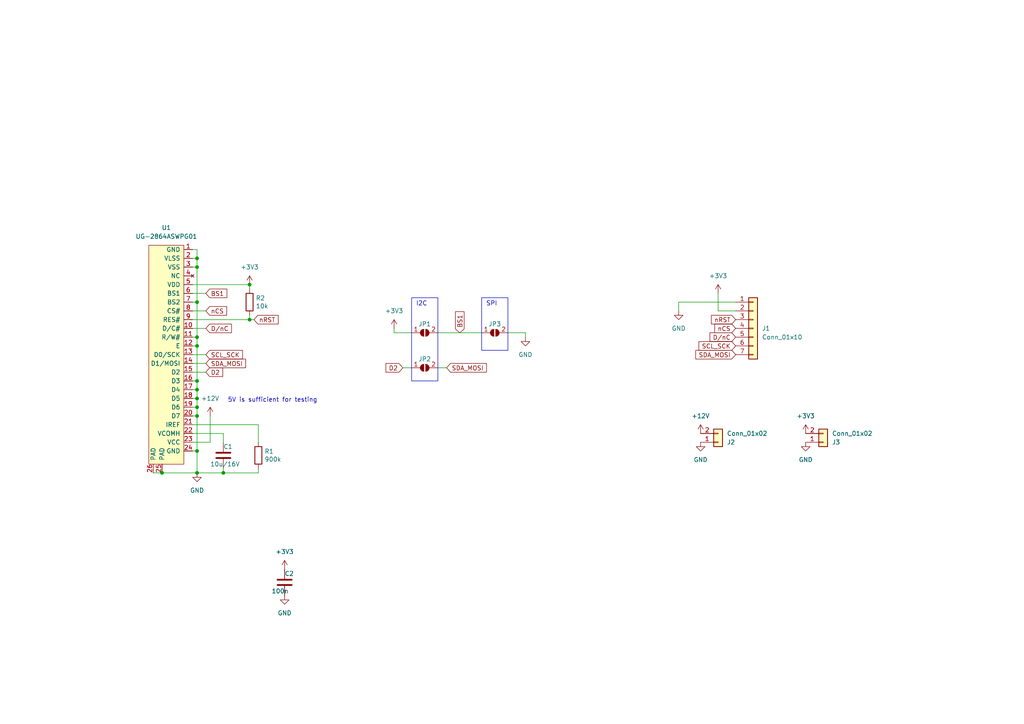
<source format=kicad_sch>
(kicad_sch (version 20230121) (generator eeschema)
  (paper "A4")
  (lib_symbols
    (symbol "Connector_Generic:Conn_01x02" (pin_names (offset 1.016) hide)
      (property "Reference" "J" (at 0 2.54 0))
      (property "Value" "Conn_01x02" (at 0 -5.08 0))
      (symbol "Conn_01x02_1_1"
        (rectangle (start -1.27 -2.413) (end 0 -2.667) (stroke (width 0.1524)))
        (rectangle (start -1.27 0.127) (end 0 -0.127) (stroke (width 0.1524)))
        (rectangle (start -1.27 1.27) (end 1.27 -3.81) (stroke (width 0.254)) (fill (type background)))
        (pin passive line (at -5.08 0 0) (length 3.81) (name "Pin_1") (number "1"))
        (pin passive line (at -5.08 -2.54 0) (length 3.81) (name "Pin_2") (number "2"))
      )
    )
    (symbol "Connector_Generic:Conn_01x07" (pin_names (offset 1.016) hide)
      (property "Reference" "J" (at 0 10.16 0))
      (property "Value" "Conn_01x07" (at 0 -10.16 0))
      (symbol "Conn_01x07_1_1"
        (rectangle (start -1.27 -7.493) (end 0 -7.747) (stroke (width 0.1524)))
        (rectangle (start -1.27 -4.953) (end 0 -5.207) (stroke (width 0.1524)))
        (rectangle (start -1.27 -2.413) (end 0 -2.667) (stroke (width 0.1524)))
        (rectangle (start -1.27 0.127) (end 0 -0.127) (stroke (width 0.1524)))
        (rectangle (start -1.27 2.667) (end 0 2.413) (stroke (width 0.1524)))
        (rectangle (start -1.27 5.207) (end 0 4.953) (stroke (width 0.1524)))
        (rectangle (start -1.27 7.747) (end 0 7.493) (stroke (width 0.1524)))
        (rectangle (start -1.27 8.89) (end 1.27 -8.89) (stroke (width 0.254)) (fill (type background)))
        (pin passive line (at -5.08 7.62 0) (length 3.81) (name "Pin_1") (number "1"))
        (pin passive line (at -5.08 5.08 0) (length 3.81) (name "Pin_2") (number "2"))
        (pin passive line (at -5.08 2.54 0) (length 3.81) (name "Pin_3") (number "3"))
        (pin passive line (at -5.08 0 0) (length 3.81) (name "Pin_4") (number "4"))
        (pin passive line (at -5.08 -2.54 0) (length 3.81) (name "Pin_5") (number "5"))
        (pin passive line (at -5.08 -5.08 0) (length 3.81) (name "Pin_6") (number "6"))
        (pin passive line (at -5.08 -7.62 0) (length 3.81) (name "Pin_7") (number "7"))
      )
    )
    (symbol "Device:C" (pin_numbers hide) (pin_names (offset 0.254))
      (property "Reference" "C" (at 0.635 2.54 0))
      (property "Value" "C" (at 0.635 -2.54 0))
      (symbol "C_0_1"
        (polyline (pts (xy -2.032 -0.762) (xy 2.032 -0.762)) (stroke (width 0.508)))
        (polyline (pts (xy -2.032 0.762) (xy 2.032 0.762)) (stroke (width 0.508)))
      )
      (symbol "C_1_1"
        (pin passive line (at 0 3.81 270) (length 2.794) (name "~") (number "1"))
        (pin passive line (at 0 -3.81 90) (length 2.794) (name "~") (number "2"))
      )
    )
    (symbol "Device:R" (pin_numbers hide) (pin_names (offset 0))
      (property "Reference" "R" (at 2.032 0 90))
      (property "Value" "R" (at 0 0 90))
      (symbol "R_0_1"
        (rectangle (start -1.016 -2.54) (end 1.016 2.54) (stroke (width 0.254)))
      )
      (symbol "R_1_1"
        (pin passive line (at 0 3.81 270) (length 1.27) (name "~") (number "1"))
        (pin passive line (at 0 -3.81 90) (length 1.27) (name "~") (number "2"))
      )
    )
    (symbol "Jumper:SolderJumper_2_Open" (pin_names (offset 0) hide)
      (property "Reference" "JP" (at 0 2.032 0))
      (property "Value" "SolderJumper_2_Open" (at 0 -2.54 0))
      (symbol "SolderJumper_2_Open_0_1"
        (arc (start -0.254 1.016) (mid -1.2656 0) (end -0.254 -1.016))
        (arc (start -0.254 1.016) (mid -1.2656 0) (end -0.254 -1.016) (fill (type outline)))
        (polyline (pts (xy -0.254 1.016) (xy -0.254 -1.016)))
        (polyline (pts (xy 0.254 1.016) (xy 0.254 -1.016)))
        (arc (start 0.254 -1.016) (mid 1.2656 0) (end 0.254 1.016))
        (arc (start 0.254 -1.016) (mid 1.2656 0) (end 0.254 1.016) (fill (type outline)))
      )
      (symbol "SolderJumper_2_Open_1_1"
        (pin passive line (at -3.81 0 0) (length 2.54) (name "A") (number "1"))
        (pin passive line (at 3.81 0 180) (length 2.54) (name "B") (number "2"))
      )
    )
    (symbol "local:UG-2864ASWPG01" (pin_names (offset 1.016))
      (property "Reference" "U" (at -10.16 33.02 0))
      (property "Value" "UG-2864ASWPG01" (at 1.27 33.02 0))
      (symbol "UG-2864ASWPG01_0_1"
        (rectangle (start -10.16 -31.75) (end 0 31.75) (fill (type background)))
      )
      (symbol "UG-2864ASWPG01_1_1"
        (pin power_in line (at 2.54 30.48 180) (length 2.54) (name "GND") (number "1"))
        (pin input line (at 2.54 7.62 180) (length 2.54) (name "D/C#") (number "10"))
        (pin input line (at 2.54 5.08 180) (length 2.54) (name "R/W#") (number "11"))
        (pin input line (at 2.54 2.54 180) (length 2.54) (name "E") (number "12"))
        (pin input line (at 2.54 0 180) (length 2.54) (name "D0/SCK") (number "13"))
        (pin input line (at 2.54 -2.54 180) (length 2.54) (name "D1/MOSI") (number "14"))
        (pin input line (at 2.54 -5.08 180) (length 2.54) (name "D2") (number "15"))
        (pin input line (at 2.54 -7.62 180) (length 2.54) (name "D3") (number "16"))
        (pin input line (at 2.54 -10.16 180) (length 2.54) (name "D4") (number "17"))
        (pin input line (at 2.54 -12.7 180) (length 2.54) (name "D5") (number "18"))
        (pin input line (at 2.54 -15.24 180) (length 2.54) (name "D6") (number "19"))
        (pin power_in line (at 2.54 27.94 180) (length 2.54) (name "VLSS") (number "2"))
        (pin input line (at 2.54 -17.78 180) (length 2.54) (name "D7") (number "20"))
        (pin input line (at 2.54 -20.32 180) (length 2.54) (name "IREF") (number "21"))
        (pin input line (at 2.54 -22.86 180) (length 2.54) (name "VCOMH") (number "22"))
        (pin power_in line (at 2.54 -25.4 180) (length 2.54) (name "VCC") (number "23"))
        (pin power_in line (at 2.54 -27.94 180) (length 2.54) (name "GND") (number "24"))
        (pin free line (at -6.35 -34.29 90) (length 2.54) (name "PAD") (number "25"))
        (pin free line (at -8.89 -34.29 90) (length 2.54) (name "PAD") (number "26"))
        (pin power_in line (at 2.54 25.4 180) (length 2.54) (name "VSS") (number "3"))
        (pin no_connect line (at 2.54 22.86 180) (length 2.54) (name "NC") (number "4"))
        (pin power_in line (at 2.54 20.32 180) (length 2.54) (name "VDD") (number "5"))
        (pin input line (at 2.54 17.78 180) (length 2.54) (name "BS1") (number "6"))
        (pin input line (at 2.54 15.24 180) (length 2.54) (name "BS2") (number "7"))
        (pin input line (at 2.54 12.7 180) (length 2.54) (name "CS#") (number "8"))
        (pin input line (at 2.54 10.16 180) (length 2.54) (name "RES#") (number "9"))
      )
    )
    (symbol "power:+12V" (power) (pin_names (offset 0))
      (property "Value" "+12V" (at 0 3.556 0))
      (symbol "+12V_0_1"
        (polyline (pts (xy -0.762 1.27) (xy 0 2.54)))
        (polyline (pts (xy 0 0) (xy 0 2.54)))
        (polyline (pts (xy 0 2.54) (xy 0.762 1.27)))
      )
      (symbol "+12V_1_1"
        (pin power_in line (at 0 0 90) (length 0) hide (name "+12V") (number "1"))
      )
    )
    (symbol "power:+3V3" (power) (pin_names (offset 0))
      (property "Value" "+3V3" (at 0 3.556 0))
      (symbol "+3V3_0_1"
        (polyline (pts (xy -0.762 1.27) (xy 0 2.54)))
        (polyline (pts (xy 0 0) (xy 0 2.54)))
        (polyline (pts (xy 0 2.54) (xy 0.762 1.27)))
      )
      (symbol "+3V3_1_1"
        (pin power_in line (at 0 0 90) (length 0) hide (name "+3V3") (number "1"))
      )
    )
    (symbol "power:GND" (power) (pin_names (offset 0))
      (property "Value" "GND" (at 0 -3.81 0))
      (symbol "GND_0_1"
        (polyline (pts (xy 0 0) (xy 0 -1.27) (xy 1.27 -1.27) (xy 0 -2.54) (xy -1.27 -1.27) (xy 0 -1.27)))
      )
      (symbol "GND_1_1"
        (pin power_in line (at 0 0 270) (length 0) hide (name "GND") (number "1"))
      )
    )
  )
  (junction (at 57.15 120.65))
  (junction (at 57.15 77.47))
  (junction (at 57.15 110.49))
  (junction (at 57.15 137.16))
  (junction (at 57.15 100.33))
  (junction (at 57.15 115.57))
  (junction (at 64.77 137.16))
  (junction (at 72.39 92.71))
  (junction (at 72.39 82.55))
  (junction (at 57.15 118.11))
  (junction (at 57.15 87.63))
  (junction (at 57.15 130.81))
  (junction (at 57.15 74.93))
  (junction (at 57.15 113.03))
  (junction (at 46.99 137.16))
  (junction (at 57.15 97.79))
  (wire (pts (xy 57.15 130.81) (xy 57.15 137.16)))
  (wire (pts (xy 55.88 97.79) (xy 57.15 97.79)))
  (wire (pts (xy 55.88 110.49) (xy 57.15 110.49)))
  (wire (pts (xy 129.54 106.68) (xy 127 106.68)))
  (wire (pts (xy 64.77 137.16) (xy 74.93 137.16)))
  (wire (pts (xy 55.88 72.39) (xy 57.15 72.39)))
  (wire (pts (xy 57.15 137.16) (xy 64.77 137.16)))
  (wire (pts (xy 57.15 115.57) (xy 57.15 118.11)))
  (wire (pts (xy 57.15 87.63) (xy 57.15 97.79)))
  (wire (pts (xy 114.3 96.52) (xy 119.38 96.52)))
  (wire (pts (xy 55.88 95.25) (xy 59.69 95.25)))
  (wire (pts (xy 55.88 74.93) (xy 57.15 74.93)))
  (wire (pts (xy 55.88 107.95) (xy 59.69 107.95)))
  (wire (pts (xy 196.85 87.63) (xy 196.85 90.17)))
  (wire (pts (xy 57.15 74.93) (xy 57.15 77.47)))
  (wire (pts (xy 57.15 113.03) (xy 57.15 115.57)))
  (wire (pts (xy 57.15 72.39) (xy 57.15 74.93)))
  (wire (pts (xy 57.15 77.47) (xy 57.15 87.63)))
  (wire (pts (xy 72.39 83.82) (xy 72.39 82.55)))
  (wire (pts (xy 60.96 128.27) (xy 60.96 120.65)))
  (wire (pts (xy 57.15 118.11) (xy 57.15 120.65)))
  (wire (pts (xy 147.32 96.52) (xy 152.4 96.52)))
  (wire (pts (xy 72.39 92.71) (xy 73.66 92.71)))
  (wire (pts (xy 55.88 125.73) (xy 64.77 125.73)))
  (wire (pts (xy 55.88 130.81) (xy 57.15 130.81)))
  (wire (pts (xy 152.4 96.52) (xy 152.4 97.79)))
  (wire (pts (xy 208.28 90.17) (xy 208.28 85.09)))
  (wire (pts (xy 57.15 100.33) (xy 57.15 110.49)))
  (wire (pts (xy 55.88 92.71) (xy 72.39 92.71)))
  (wire (pts (xy 55.88 115.57) (xy 57.15 115.57)))
  (wire (pts (xy 55.88 123.19) (xy 74.93 123.19)))
  (wire (pts (xy 127 96.52) (xy 139.7 96.52)))
  (wire (pts (xy 57.15 97.79) (xy 57.15 100.33)))
  (wire (pts (xy 57.15 110.49) (xy 57.15 113.03)))
  (wire (pts (xy 55.88 85.09) (xy 59.69 85.09)))
  (wire (pts (xy 74.93 123.19) (xy 74.93 128.27)))
  (wire (pts (xy 44.45 137.16) (xy 46.99 137.16)))
  (wire (pts (xy 55.88 100.33) (xy 57.15 100.33)))
  (wire (pts (xy 114.3 95.25) (xy 114.3 96.52)))
  (wire (pts (xy 55.88 128.27) (xy 60.96 128.27)))
  (wire (pts (xy 55.88 90.17) (xy 59.69 90.17)))
  (wire (pts (xy 213.36 87.63) (xy 196.85 87.63)))
  (wire (pts (xy 55.88 102.87) (xy 59.69 102.87)))
  (wire (pts (xy 57.15 120.65) (xy 57.15 130.81)))
  (wire (pts (xy 64.77 125.73) (xy 64.77 128.27)))
  (wire (pts (xy 55.88 87.63) (xy 57.15 87.63)))
  (wire (pts (xy 213.36 90.17) (xy 208.28 90.17)))
  (wire (pts (xy 55.88 120.65) (xy 57.15 120.65)))
  (wire (pts (xy 55.88 113.03) (xy 57.15 113.03)))
  (wire (pts (xy 55.88 118.11) (xy 57.15 118.11)))
  (wire (pts (xy 74.93 137.16) (xy 74.93 135.89)))
  (wire (pts (xy 55.88 82.55) (xy 72.39 82.55)))
  (wire (pts (xy 72.39 91.44) (xy 72.39 92.71)))
  (wire (pts (xy 64.77 137.16) (xy 64.77 135.89)))
  (wire (pts (xy 116.84 106.68) (xy 119.38 106.68)))
  (wire (pts (xy 55.88 105.41) (xy 59.69 105.41)))
  (wire (pts (xy 46.99 137.16) (xy 57.15 137.16)))
  (wire (pts (xy 55.88 77.47) (xy 57.15 77.47)))
  (rectangle (start 119.38 86.36) (end 127 110.49))
  (rectangle (start 139.7 86.36) (end 147.32 101.6))
  (text "5V is sufficient for testing" (at 66.04 116.84 0) (effects (font (size 1.27 1.27)) (justify left bottom)))
  (text "SPI" (at 140.97 88.9 0) (effects (font (size 1.27 1.27)) (justify left bottom)))
  (text "I2C" (at 120.65 88.9 0) (effects (font (size 1.27 1.27)) (justify left bottom)))
  (global_label "SDA_MOSI" (shape input) (at 59.69 105.41 0) (property "Intersheetrefs" "${INTERSHEET_REFS}" (effects hide)))
  (global_label "nCS" (shape input) (at 213.36 95.25 180) (property "Intersheetrefs" "${INTERSHEET_REFS}" (effects hide)))
  (global_label "D2" (shape input) (at 59.69 107.95 0) (property "Intersheetrefs" "${INTERSHEET_REFS}" (effects hide)))
  (global_label "SCL_SCK" (shape input) (at 59.69 102.87 0) (property "Intersheetrefs" "${INTERSHEET_REFS}" (effects hide)))
  (global_label "SCL_SCK" (shape input) (at 213.36 100.33 180) (property "Intersheetrefs" "${INTERSHEET_REFS}" (effects hide)))
  (global_label "BS1" (shape input) (at 59.69 85.09 0) (property "Intersheetrefs" "${INTERSHEET_REFS}" (effects hide)))
  (global_label "nCS" (shape input) (at 59.69 90.17 0) (property "Intersheetrefs" "${INTERSHEET_REFS}" (effects hide)))
  (global_label "D{slash}nC" (shape input) (at 213.36 97.79 180) (property "Intersheetrefs" "${INTERSHEET_REFS}" (effects hide)))
  (global_label "D2" (shape input) (at 116.84 106.68 180) (property "Intersheetrefs" "${INTERSHEET_REFS}" (effects hide)))
  (global_label "nRST" (shape input) (at 73.66 92.71 0) (property "Intersheetrefs" "${INTERSHEET_REFS}" (effects hide)))
  (global_label "SDA_MOSI" (shape input) (at 213.36 102.87 180) (property "Intersheetrefs" "${INTERSHEET_REFS}" (effects hide)))
  (global_label "D{slash}nC" (shape input) (at 59.69 95.25 0) (property "Intersheetrefs" "${INTERSHEET_REFS}" (effects hide)))
  (global_label "nRST" (shape input) (at 213.36 92.71 180) (property "Intersheetrefs" "${INTERSHEET_REFS}" (effects hide)))
  (global_label "BS1" (shape input) (at 133.35 96.52 90) (property "Intersheetrefs" "${INTERSHEET_REFS}" (effects hide)))
  (global_label "SDA_MOSI" (shape input) (at 129.54 106.68 0) (property "Intersheetrefs" "${INTERSHEET_REFS}" (effects hide)))
  (symbol (lib_id "Jumper:SolderJumper_2_Open") (at 123.19 96.52 0) (unit 1)
    (property "Reference" "JP1" (at 123.19 93.98 0))
    (property "Value" "SolderJumper_2_Open" (effects hide))
    (property "Footprint" "local:Jumper" (effects hide))
  )
  (symbol (lib_id "power:GND") (at 57.15 137.16 0) (unit 1)
    (property "Reference" "#PWR01" (effects hide))
    (property "Value" "GND" (at 57.15 142.24 0))
  )
  (symbol (lib_id "power:GND") (at 233.68 128.27 0) (unit 1)
    (property "Reference" "#PWR04" (effects hide))
    (property "Value" "GND" (at 233.68 133.35 0))
  )
  (symbol (lib_id "Jumper:SolderJumper_2_Open") (at 123.19 106.68 0) (unit 1)
    (property "Reference" "JP2" (at 123.19 104.14 0))
    (property "Value" "SolderJumper_2_Open" (effects hide))
    (property "Footprint" "local:Jumper" (effects hide))
  )
  (symbol (lib_id "power:+3V3") (at 208.28 85.09 0) (unit 1)
    (property "Reference" "#PWR08" (effects hide))
    (property "Value" "+3V3" (at 208.28 80.01 0))
  )
  (symbol (lib_id "power:+3V3") (at 114.3 95.25 0) (unit 1)
    (property "Reference" "#PWR013" (effects hide))
    (property "Value" "+3V3" (at 114.3 90.17 0))
  )
  (symbol (lib_id "power:GND") (at 196.85 90.17 0) (unit 1)
    (property "Reference" "#PWR07" (effects hide))
    (property "Value" "GND" (at 196.85 95.25 0))
  )
  (symbol (lib_id "Jumper:SolderJumper_2_Open") (at 143.51 96.52 0) (unit 1)
    (property "Reference" "JP3" (at 143.51 93.98 0))
    (property "Value" "SolderJumper_2_Open" (effects hide))
    (property "Footprint" "local:Jumper" (effects hide))
  )
  (symbol (lib_id "power:+3V3") (at 82.55 165.1 0) (unit 1)
    (property "Reference" "#PWR09" (effects hide))
    (property "Value" "+3V3" (at 82.55 160.02 0))
  )
  (symbol (lib_id "power:GND") (at 152.4 97.79 0) (unit 1)
    (property "Reference" "#PWR012" (effects hide))
    (property "Value" "GND" (at 152.4 102.87 0))
  )
  (symbol (lib_id "power:+3V3") (at 233.68 125.73 0) (unit 1)
    (property "Reference" "#PWR011" (effects hide))
    (property "Value" "+3V3" (at 233.68 120.65 0))
  )
  (symbol (lib_id "Connector_Generic:Conn_01x02") (at 208.28 128.27 0) (mirror x) (unit 1)
    (property "Reference" "J2" (at 210.82 128.27 0) (effects (justify left)))
    (property "Value" "Conn_01x02" (at 210.82 125.73 0) (effects (justify left)))
    (property "Footprint" "Connector_PinHeader_2.54mm:PinHeader_1x02_P2.54mm_Vertical" (effects hide))
  )
  (symbol (lib_id "Device:R") (at 72.39 87.63 0) (unit 1)
    (property "Reference" "R2" (at 74.168 86.4616 0) (effects (justify left)))
    (property "Value" "10k" (at 74.168 88.773 0) (effects (justify left)))
    (property "Footprint" "Resistor_SMD:R_0603_1608Metric" (effects hide))
  )
  (symbol (lib_id "Device:C") (at 64.77 132.08 0) (unit 1)
    (property "Reference" "C1" (at 64.77 129.54 0) (effects (justify left)))
    (property "Value" "10u/16V" (at 60.96 134.62 0) (effects (justify left)))
    (property "Footprint" "Capacitor_SMD:C_1206_3216Metric" (effects hide))
  )
  (symbol (lib_id "local:UG-2864ASWPG01") (at 53.34 102.87 0) (unit 1)
    (property "Reference" "U1" (at 48.26 66.04 0))
    (property "Value" "UG-2864ASWPG01" (at 48.26 68.58 0))
    (property "Footprint" "local:Connector-Flat-24_P0.5mm" (effects hide))
  )
  (symbol (lib_id "Connector_Generic:Conn_01x02") (at 238.76 128.27 0) (mirror x) (unit 1)
    (property "Reference" "J3" (at 241.3 128.27 0) (effects (justify left)))
    (property "Value" "Conn_01x02" (at 241.3 125.73 0) (effects (justify left)))
    (property "Footprint" "Connector_PinHeader_2.54mm:PinHeader_1x02_P2.54mm_Vertical" (effects hide))
  )
  (symbol (lib_id "Connector_Generic:Conn_01x07") (at 218.44 95.25 0) (unit 1)
    (property "Reference" "J1" (at 220.98 95.25 0) (effects (justify left)))
    (property "Value" "Conn_01x10" (at 220.98 97.79 0) (effects (justify left)))
    (property "Footprint" "Connector_PinHeader_2.54mm:PinHeader_1x07_P2.54mm_Vertical" (effects hide))
  )
  (symbol (lib_id "power:GND") (at 203.2 128.27 0) (unit 1)
    (property "Reference" "#PWR05" (effects hide))
    (property "Value" "GND" (at 203.2 133.35 0))
  )
  (symbol (lib_id "power:GND") (at 82.55 172.72 0) (unit 1)
    (property "Reference" "#PWR010" (effects hide))
    (property "Value" "GND" (at 82.55 177.8 0))
  )
  (symbol (lib_id "power:+3V3") (at 72.39 82.55 0) (unit 1)
    (property "Reference" "#PWR02" (effects hide))
    (property "Value" "+3V3" (at 72.39 77.47 0))
  )
  (symbol (lib_id "Device:R") (at 74.93 132.08 0) (unit 1)
    (property "Reference" "R1" (at 76.708 130.9116 0) (effects (justify left)))
    (property "Value" "900k" (at 76.708 133.223 0) (effects (justify left)))
    (property "Footprint" "Resistor_SMD:R_0603_1608Metric" (effects hide))
  )
  (symbol (lib_id "Device:C") (at 82.55 168.91 0) (unit 1)
    (property "Reference" "C2" (at 82.55 166.37 0) (effects (justify left)))
    (property "Value" "100n" (at 78.74 171.45 0) (effects (justify left)))
    (property "Footprint" "Capacitor_SMD:C_0603_1608Metric" (effects hide))
  )
  (symbol (lib_id "power:+12V") (at 203.2 125.73 0) (unit 1)
    (property "Reference" "#PWR06" (effects hide))
    (property "Value" "+12V" (at 203.2 120.65 0))
  )
  (symbol (lib_id "power:+12V") (at 60.96 120.65 0) (unit 1)
    (property "Reference" "#PWR03" (effects hide))
    (property "Value" "+12V" (at 60.96 115.57 0))
  )
)
</source>
